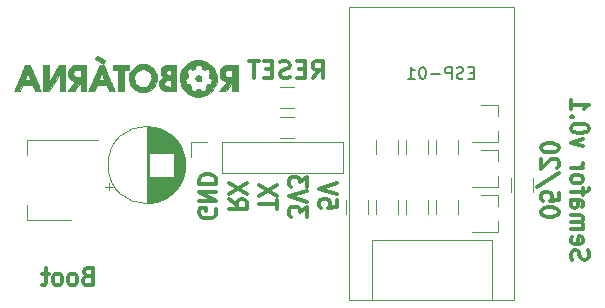
<source format=gbr>
%TF.GenerationSoftware,KiCad,Pcbnew,(5.1.6)-1*%
%TF.CreationDate,2020-05-26T13:10:35+02:00*%
%TF.ProjectId,semaforBoard,73656d61-666f-4724-926f-6172642e6b69,rev?*%
%TF.SameCoordinates,Original*%
%TF.FileFunction,Legend,Bot*%
%TF.FilePolarity,Positive*%
%FSLAX46Y46*%
G04 Gerber Fmt 4.6, Leading zero omitted, Abs format (unit mm)*
G04 Created by KiCad (PCBNEW (5.1.6)-1) date 2020-05-26 13:10:35*
%MOMM*%
%LPD*%
G01*
G04 APERTURE LIST*
%ADD10C,0.300000*%
%ADD11C,0.010000*%
%ADD12C,0.120000*%
%ADD13C,0.150000*%
G04 APERTURE END LIST*
D10*
X166783857Y-100111666D02*
X166712428Y-99911666D01*
X166712428Y-99578333D01*
X166783857Y-99445000D01*
X166855285Y-99378333D01*
X166998142Y-99311666D01*
X167141000Y-99311666D01*
X167283857Y-99378333D01*
X167355285Y-99445000D01*
X167426714Y-99578333D01*
X167498142Y-99845000D01*
X167569571Y-99978333D01*
X167641000Y-100045000D01*
X167783857Y-100111666D01*
X167926714Y-100111666D01*
X168069571Y-100045000D01*
X168141000Y-99978333D01*
X168212428Y-99845000D01*
X168212428Y-99511666D01*
X168141000Y-99311666D01*
X166783857Y-98178333D02*
X166712428Y-98311666D01*
X166712428Y-98578333D01*
X166783857Y-98711666D01*
X166926714Y-98778333D01*
X167498142Y-98778333D01*
X167641000Y-98711666D01*
X167712428Y-98578333D01*
X167712428Y-98311666D01*
X167641000Y-98178333D01*
X167498142Y-98111666D01*
X167355285Y-98111666D01*
X167212428Y-98778333D01*
X166712428Y-97511666D02*
X167712428Y-97511666D01*
X167569571Y-97511666D02*
X167641000Y-97445000D01*
X167712428Y-97311666D01*
X167712428Y-97111666D01*
X167641000Y-96978333D01*
X167498142Y-96911666D01*
X166712428Y-96911666D01*
X167498142Y-96911666D02*
X167641000Y-96845000D01*
X167712428Y-96711666D01*
X167712428Y-96511666D01*
X167641000Y-96378333D01*
X167498142Y-96311666D01*
X166712428Y-96311666D01*
X166712428Y-95045000D02*
X167498142Y-95045000D01*
X167641000Y-95111666D01*
X167712428Y-95245000D01*
X167712428Y-95511666D01*
X167641000Y-95645000D01*
X166783857Y-95045000D02*
X166712428Y-95178333D01*
X166712428Y-95511666D01*
X166783857Y-95645000D01*
X166926714Y-95711666D01*
X167069571Y-95711666D01*
X167212428Y-95645000D01*
X167283857Y-95511666D01*
X167283857Y-95178333D01*
X167355285Y-95045000D01*
X167712428Y-94578333D02*
X167712428Y-94045000D01*
X166712428Y-94378333D02*
X167998142Y-94378333D01*
X168141000Y-94311666D01*
X168212428Y-94178333D01*
X168212428Y-94045000D01*
X166712428Y-93378333D02*
X166783857Y-93511666D01*
X166855285Y-93578333D01*
X166998142Y-93645000D01*
X167426714Y-93645000D01*
X167569571Y-93578333D01*
X167641000Y-93511666D01*
X167712428Y-93378333D01*
X167712428Y-93178333D01*
X167641000Y-93045000D01*
X167569571Y-92978333D01*
X167426714Y-92911666D01*
X166998142Y-92911666D01*
X166855285Y-92978333D01*
X166783857Y-93045000D01*
X166712428Y-93178333D01*
X166712428Y-93378333D01*
X166712428Y-92311666D02*
X167712428Y-92311666D01*
X167426714Y-92311666D02*
X167569571Y-92245000D01*
X167641000Y-92178333D01*
X167712428Y-92045000D01*
X167712428Y-91911666D01*
X167712428Y-90511666D02*
X166712428Y-90178333D01*
X167712428Y-89845000D01*
X168212428Y-89045000D02*
X168212428Y-88911666D01*
X168141000Y-88778333D01*
X168069571Y-88711666D01*
X167926714Y-88645000D01*
X167641000Y-88578333D01*
X167283857Y-88578333D01*
X166998142Y-88645000D01*
X166855285Y-88711666D01*
X166783857Y-88778333D01*
X166712428Y-88911666D01*
X166712428Y-89045000D01*
X166783857Y-89178333D01*
X166855285Y-89245000D01*
X166998142Y-89311666D01*
X167283857Y-89378333D01*
X167641000Y-89378333D01*
X167926714Y-89311666D01*
X168069571Y-89245000D01*
X168141000Y-89178333D01*
X168212428Y-89045000D01*
X166855285Y-87978333D02*
X166783857Y-87911666D01*
X166712428Y-87978333D01*
X166783857Y-88045000D01*
X166855285Y-87978333D01*
X166712428Y-87978333D01*
X166712428Y-86578333D02*
X166712428Y-87378333D01*
X166712428Y-86978333D02*
X168212428Y-86978333D01*
X167998142Y-87111666D01*
X167855285Y-87245000D01*
X167783857Y-87378333D01*
X165662428Y-96145000D02*
X165662428Y-96011666D01*
X165591000Y-95878333D01*
X165519571Y-95811666D01*
X165376714Y-95745000D01*
X165091000Y-95678333D01*
X164733857Y-95678333D01*
X164448142Y-95745000D01*
X164305285Y-95811666D01*
X164233857Y-95878333D01*
X164162428Y-96011666D01*
X164162428Y-96145000D01*
X164233857Y-96278333D01*
X164305285Y-96345000D01*
X164448142Y-96411666D01*
X164733857Y-96478333D01*
X165091000Y-96478333D01*
X165376714Y-96411666D01*
X165519571Y-96345000D01*
X165591000Y-96278333D01*
X165662428Y-96145000D01*
X165662428Y-94411666D02*
X165662428Y-95078333D01*
X164948142Y-95145000D01*
X165019571Y-95078333D01*
X165091000Y-94945000D01*
X165091000Y-94611666D01*
X165019571Y-94478333D01*
X164948142Y-94411666D01*
X164805285Y-94345000D01*
X164448142Y-94345000D01*
X164305285Y-94411666D01*
X164233857Y-94478333D01*
X164162428Y-94611666D01*
X164162428Y-94945000D01*
X164233857Y-95078333D01*
X164305285Y-95145000D01*
X165733857Y-92745000D02*
X163805285Y-93945000D01*
X165519571Y-92345000D02*
X165591000Y-92278333D01*
X165662428Y-92145000D01*
X165662428Y-91811666D01*
X165591000Y-91678333D01*
X165519571Y-91611666D01*
X165376714Y-91545000D01*
X165233857Y-91545000D01*
X165019571Y-91611666D01*
X164162428Y-92411666D01*
X164162428Y-91545000D01*
X165662428Y-90678333D02*
X165662428Y-90545000D01*
X165591000Y-90411666D01*
X165519571Y-90345000D01*
X165376714Y-90278333D01*
X165091000Y-90211666D01*
X164733857Y-90211666D01*
X164448142Y-90278333D01*
X164305285Y-90345000D01*
X164233857Y-90411666D01*
X164162428Y-90545000D01*
X164162428Y-90678333D01*
X164233857Y-90811666D01*
X164305285Y-90878333D01*
X164448142Y-90945000D01*
X164733857Y-91011666D01*
X165091000Y-91011666D01*
X165376714Y-90945000D01*
X165519571Y-90878333D01*
X165591000Y-90811666D01*
X165662428Y-90678333D01*
X125751000Y-101492857D02*
X125551000Y-101564285D01*
X125484333Y-101635714D01*
X125417666Y-101778571D01*
X125417666Y-101992857D01*
X125484333Y-102135714D01*
X125551000Y-102207142D01*
X125684333Y-102278571D01*
X126217666Y-102278571D01*
X126217666Y-100778571D01*
X125751000Y-100778571D01*
X125617666Y-100850000D01*
X125551000Y-100921428D01*
X125484333Y-101064285D01*
X125484333Y-101207142D01*
X125551000Y-101350000D01*
X125617666Y-101421428D01*
X125751000Y-101492857D01*
X126217666Y-101492857D01*
X124617666Y-102278571D02*
X124751000Y-102207142D01*
X124817666Y-102135714D01*
X124884333Y-101992857D01*
X124884333Y-101564285D01*
X124817666Y-101421428D01*
X124751000Y-101350000D01*
X124617666Y-101278571D01*
X124417666Y-101278571D01*
X124284333Y-101350000D01*
X124217666Y-101421428D01*
X124151000Y-101564285D01*
X124151000Y-101992857D01*
X124217666Y-102135714D01*
X124284333Y-102207142D01*
X124417666Y-102278571D01*
X124617666Y-102278571D01*
X123351000Y-102278571D02*
X123484333Y-102207142D01*
X123551000Y-102135714D01*
X123617666Y-101992857D01*
X123617666Y-101564285D01*
X123551000Y-101421428D01*
X123484333Y-101350000D01*
X123351000Y-101278571D01*
X123151000Y-101278571D01*
X123017666Y-101350000D01*
X122951000Y-101421428D01*
X122884333Y-101564285D01*
X122884333Y-101992857D01*
X122951000Y-102135714D01*
X123017666Y-102207142D01*
X123151000Y-102278571D01*
X123351000Y-102278571D01*
X122484333Y-101278571D02*
X121951000Y-101278571D01*
X122284333Y-100778571D02*
X122284333Y-102064285D01*
X122217666Y-102207142D01*
X122084333Y-102278571D01*
X121951000Y-102278571D01*
X146891428Y-95008666D02*
X146891428Y-95675333D01*
X146177142Y-95742000D01*
X146248571Y-95675333D01*
X146320000Y-95542000D01*
X146320000Y-95208666D01*
X146248571Y-95075333D01*
X146177142Y-95008666D01*
X146034285Y-94942000D01*
X145677142Y-94942000D01*
X145534285Y-95008666D01*
X145462857Y-95075333D01*
X145391428Y-95208666D01*
X145391428Y-95542000D01*
X145462857Y-95675333D01*
X145534285Y-95742000D01*
X146891428Y-94542000D02*
X145391428Y-94075333D01*
X146891428Y-93608666D01*
X144341428Y-96475333D02*
X144341428Y-95608666D01*
X143770000Y-96075333D01*
X143770000Y-95875333D01*
X143698571Y-95742000D01*
X143627142Y-95675333D01*
X143484285Y-95608666D01*
X143127142Y-95608666D01*
X142984285Y-95675333D01*
X142912857Y-95742000D01*
X142841428Y-95875333D01*
X142841428Y-96275333D01*
X142912857Y-96408666D01*
X142984285Y-96475333D01*
X144341428Y-95208666D02*
X142841428Y-94742000D01*
X144341428Y-94275333D01*
X144341428Y-93942000D02*
X144341428Y-93075333D01*
X143770000Y-93542000D01*
X143770000Y-93342000D01*
X143698571Y-93208666D01*
X143627142Y-93142000D01*
X143484285Y-93075333D01*
X143127142Y-93075333D01*
X142984285Y-93142000D01*
X142912857Y-93208666D01*
X142841428Y-93342000D01*
X142841428Y-93742000D01*
X142912857Y-93875333D01*
X142984285Y-93942000D01*
X141791428Y-95808666D02*
X141791428Y-95008666D01*
X140291428Y-95408666D02*
X141791428Y-95408666D01*
X141791428Y-94675333D02*
X140291428Y-93742000D01*
X141791428Y-93742000D02*
X140291428Y-94675333D01*
X137741428Y-94975333D02*
X138455714Y-95442000D01*
X137741428Y-95775333D02*
X139241428Y-95775333D01*
X139241428Y-95242000D01*
X139170000Y-95108666D01*
X139098571Y-95042000D01*
X138955714Y-94975333D01*
X138741428Y-94975333D01*
X138598571Y-95042000D01*
X138527142Y-95108666D01*
X138455714Y-95242000D01*
X138455714Y-95775333D01*
X139241428Y-94508666D02*
X137741428Y-93575333D01*
X139241428Y-93575333D02*
X137741428Y-94508666D01*
X136620000Y-95808666D02*
X136691428Y-95942000D01*
X136691428Y-96142000D01*
X136620000Y-96342000D01*
X136477142Y-96475333D01*
X136334285Y-96542000D01*
X136048571Y-96608666D01*
X135834285Y-96608666D01*
X135548571Y-96542000D01*
X135405714Y-96475333D01*
X135262857Y-96342000D01*
X135191428Y-96142000D01*
X135191428Y-96008666D01*
X135262857Y-95808666D01*
X135334285Y-95742000D01*
X135834285Y-95742000D01*
X135834285Y-96008666D01*
X135191428Y-95142000D02*
X136691428Y-95142000D01*
X135191428Y-94342000D01*
X136691428Y-94342000D01*
X135191428Y-93675333D02*
X136691428Y-93675333D01*
X136691428Y-93342000D01*
X136620000Y-93142000D01*
X136477142Y-93008666D01*
X136334285Y-92942000D01*
X136048571Y-92875333D01*
X135834285Y-92875333D01*
X135548571Y-92942000D01*
X135405714Y-93008666D01*
X135262857Y-93142000D01*
X135191428Y-93342000D01*
X135191428Y-93675333D01*
D11*
%TO.C,G1*%
G36*
X135060454Y-84512913D02*
G01*
X134981924Y-84565562D01*
X134931246Y-84640854D01*
X134909156Y-84728600D01*
X134916392Y-84818610D01*
X134953688Y-84900693D01*
X135021783Y-84964658D01*
X135121412Y-85000316D01*
X135129366Y-85001460D01*
X135204782Y-85003215D01*
X135266192Y-84991602D01*
X135267700Y-84990970D01*
X135354137Y-84928886D01*
X135406902Y-84840305D01*
X135423384Y-84738843D01*
X135400973Y-84638116D01*
X135349673Y-84563527D01*
X135287346Y-84514889D01*
X135215870Y-84495212D01*
X135166100Y-84493100D01*
X135060454Y-84512913D01*
G37*
X135060454Y-84512913D02*
X134981924Y-84565562D01*
X134931246Y-84640854D01*
X134909156Y-84728600D01*
X134916392Y-84818610D01*
X134953688Y-84900693D01*
X135021783Y-84964658D01*
X135121412Y-85000316D01*
X135129366Y-85001460D01*
X135204782Y-85003215D01*
X135266192Y-84991602D01*
X135267700Y-84990970D01*
X135354137Y-84928886D01*
X135406902Y-84840305D01*
X135423384Y-84738843D01*
X135400973Y-84638116D01*
X135349673Y-84563527D01*
X135287346Y-84514889D01*
X135215870Y-84495212D01*
X135166100Y-84493100D01*
X135060454Y-84512913D01*
G36*
X126555845Y-82850530D02*
G01*
X126517532Y-82904528D01*
X126475487Y-82975354D01*
X126395473Y-83120620D01*
X126742187Y-83304475D01*
X126862635Y-83367868D01*
X126967025Y-83421905D01*
X127047260Y-83462465D01*
X127095244Y-83485428D01*
X127104945Y-83489065D01*
X127126405Y-83469951D01*
X127164995Y-83419853D01*
X127198598Y-83370491D01*
X127239275Y-83302474D01*
X127262979Y-83251881D01*
X127265588Y-83233999D01*
X127239906Y-83214067D01*
X127179627Y-83174917D01*
X127094201Y-83122115D01*
X126993078Y-83061231D01*
X126885709Y-82997833D01*
X126781544Y-82937487D01*
X126690034Y-82885763D01*
X126620628Y-82848229D01*
X126582778Y-82830452D01*
X126579462Y-82829744D01*
X126555845Y-82850530D01*
G37*
X126555845Y-82850530D02*
X126517532Y-82904528D01*
X126475487Y-82975354D01*
X126395473Y-83120620D01*
X126742187Y-83304475D01*
X126862635Y-83367868D01*
X126967025Y-83421905D01*
X127047260Y-83462465D01*
X127095244Y-83485428D01*
X127104945Y-83489065D01*
X127126405Y-83469951D01*
X127164995Y-83419853D01*
X127198598Y-83370491D01*
X127239275Y-83302474D01*
X127262979Y-83251881D01*
X127265588Y-83233999D01*
X127239906Y-83214067D01*
X127179627Y-83174917D01*
X127094201Y-83122115D01*
X126993078Y-83061231D01*
X126885709Y-82997833D01*
X126781544Y-82937487D01*
X126690034Y-82885763D01*
X126620628Y-82848229D01*
X126582778Y-82830452D01*
X126579462Y-82829744D01*
X126555845Y-82850530D01*
G36*
X120062337Y-84683600D02*
G01*
X119969283Y-84905345D01*
X119882021Y-85113697D01*
X119802581Y-85303778D01*
X119732994Y-85470709D01*
X119675291Y-85609614D01*
X119631503Y-85715614D01*
X119603660Y-85783831D01*
X119594038Y-85808494D01*
X119591096Y-85829289D01*
X119604601Y-85842051D01*
X119643217Y-85848208D01*
X119715603Y-85849190D01*
X119824843Y-85846594D01*
X120070507Y-85839300D01*
X120185322Y-85565619D01*
X120300138Y-85291939D01*
X120696382Y-85298919D01*
X121092627Y-85305900D01*
X121207864Y-85578530D01*
X121323100Y-85851161D01*
X121570122Y-85851580D01*
X121683317Y-85851385D01*
X121754255Y-85848895D01*
X121791480Y-85841951D01*
X121803533Y-85828394D01*
X121798959Y-85806067D01*
X121794643Y-85794850D01*
X121780439Y-85760140D01*
X121748739Y-85683541D01*
X121701619Y-85570042D01*
X121641155Y-85424634D01*
X121569422Y-85252305D01*
X121488496Y-85058045D01*
X121400453Y-84846844D01*
X121396536Y-84837451D01*
X120904000Y-84837451D01*
X120880561Y-84848323D01*
X120818057Y-84856617D01*
X120728206Y-84861020D01*
X120690315Y-84861400D01*
X120476630Y-84861400D01*
X120582365Y-84558043D01*
X120623227Y-84445461D01*
X120659320Y-84354620D01*
X120687067Y-84293925D01*
X120702890Y-84271780D01*
X120704005Y-84272293D01*
X120718724Y-84302667D01*
X120745021Y-84369060D01*
X120778568Y-84459244D01*
X120815039Y-84560993D01*
X120850107Y-84662078D01*
X120879444Y-84750273D01*
X120898725Y-84813350D01*
X120904000Y-84837451D01*
X121396536Y-84837451D01*
X121327066Y-84670900D01*
X120881988Y-83604100D01*
X120515778Y-83604100D01*
X120062337Y-84683600D01*
G37*
X120062337Y-84683600D02*
X119969283Y-84905345D01*
X119882021Y-85113697D01*
X119802581Y-85303778D01*
X119732994Y-85470709D01*
X119675291Y-85609614D01*
X119631503Y-85715614D01*
X119603660Y-85783831D01*
X119594038Y-85808494D01*
X119591096Y-85829289D01*
X119604601Y-85842051D01*
X119643217Y-85848208D01*
X119715603Y-85849190D01*
X119824843Y-85846594D01*
X120070507Y-85839300D01*
X120185322Y-85565619D01*
X120300138Y-85291939D01*
X120696382Y-85298919D01*
X121092627Y-85305900D01*
X121207864Y-85578530D01*
X121323100Y-85851161D01*
X121570122Y-85851580D01*
X121683317Y-85851385D01*
X121754255Y-85848895D01*
X121791480Y-85841951D01*
X121803533Y-85828394D01*
X121798959Y-85806067D01*
X121794643Y-85794850D01*
X121780439Y-85760140D01*
X121748739Y-85683541D01*
X121701619Y-85570042D01*
X121641155Y-85424634D01*
X121569422Y-85252305D01*
X121488496Y-85058045D01*
X121400453Y-84846844D01*
X121396536Y-84837451D01*
X120904000Y-84837451D01*
X120880561Y-84848323D01*
X120818057Y-84856617D01*
X120728206Y-84861020D01*
X120690315Y-84861400D01*
X120476630Y-84861400D01*
X120582365Y-84558043D01*
X120623227Y-84445461D01*
X120659320Y-84354620D01*
X120687067Y-84293925D01*
X120702890Y-84271780D01*
X120704005Y-84272293D01*
X120718724Y-84302667D01*
X120745021Y-84369060D01*
X120778568Y-84459244D01*
X120815039Y-84560993D01*
X120850107Y-84662078D01*
X120879444Y-84750273D01*
X120898725Y-84813350D01*
X120904000Y-84837451D01*
X121396536Y-84837451D01*
X121327066Y-84670900D01*
X120881988Y-83604100D01*
X120515778Y-83604100D01*
X120062337Y-84683600D01*
G36*
X122021600Y-85853777D02*
G01*
X122279885Y-85846538D01*
X122538169Y-85839300D01*
X122984735Y-85062534D01*
X123431300Y-84285769D01*
X123438012Y-85068884D01*
X123444724Y-85852000D01*
X123875800Y-85852000D01*
X123875800Y-83591400D01*
X123380500Y-83591800D01*
X122479526Y-85178900D01*
X122478800Y-83591400D01*
X122021600Y-83591400D01*
X122021600Y-85853777D01*
G37*
X122021600Y-85853777D02*
X122279885Y-85846538D01*
X122538169Y-85839300D01*
X122984735Y-85062534D01*
X123431300Y-84285769D01*
X123438012Y-85068884D01*
X123444724Y-85852000D01*
X123875800Y-85852000D01*
X123875800Y-83591400D01*
X123380500Y-83591800D01*
X122479526Y-85178900D01*
X122478800Y-83591400D01*
X122021600Y-83591400D01*
X122021600Y-85853777D01*
G36*
X125152150Y-83595970D02*
G01*
X124977637Y-83599281D01*
X124845345Y-83603204D01*
X124746699Y-83608667D01*
X124673120Y-83616602D01*
X124616032Y-83627938D01*
X124566859Y-83643607D01*
X124517022Y-83664539D01*
X124516046Y-83664979D01*
X124365603Y-83758882D01*
X124251115Y-83887086D01*
X124174249Y-84046408D01*
X124136675Y-84233664D01*
X124135339Y-84391392D01*
X124149440Y-84517186D01*
X124176770Y-84614744D01*
X124216412Y-84694685D01*
X124314727Y-84820126D01*
X124443464Y-84923468D01*
X124585120Y-84990794D01*
X124591099Y-84992628D01*
X124652322Y-85013524D01*
X124686213Y-85030051D01*
X124688600Y-85033280D01*
X124674234Y-85056301D01*
X124634205Y-85113691D01*
X124573119Y-85199023D01*
X124495584Y-85305868D01*
X124406203Y-85427798D01*
X124395732Y-85442010D01*
X124102864Y-85839300D01*
X124376682Y-85846751D01*
X124499239Y-85849249D01*
X124581069Y-85847872D01*
X124632180Y-85841257D01*
X124662582Y-85828042D01*
X124682287Y-85806864D01*
X124683579Y-85804967D01*
X124708656Y-85768010D01*
X124756826Y-85697333D01*
X124822491Y-85601140D01*
X124900051Y-85487632D01*
X124956629Y-85404893D01*
X125196600Y-85054054D01*
X125196600Y-85852000D01*
X125653800Y-85852000D01*
X125653800Y-84023200D01*
X125196600Y-84023200D01*
X125196600Y-84658200D01*
X125025150Y-84656766D01*
X124921570Y-84651415D01*
X124825359Y-84638953D01*
X124767180Y-84625016D01*
X124665648Y-84565920D01*
X124602307Y-84473511D01*
X124577586Y-84348460D01*
X124577231Y-84329147D01*
X124594756Y-84211807D01*
X124648787Y-84124094D01*
X124741509Y-84064492D01*
X124875107Y-84031485D01*
X125017985Y-84023200D01*
X125196600Y-84023200D01*
X125653800Y-84023200D01*
X125653800Y-83587586D01*
X125152150Y-83595970D01*
G37*
X125152150Y-83595970D02*
X124977637Y-83599281D01*
X124845345Y-83603204D01*
X124746699Y-83608667D01*
X124673120Y-83616602D01*
X124616032Y-83627938D01*
X124566859Y-83643607D01*
X124517022Y-83664539D01*
X124516046Y-83664979D01*
X124365603Y-83758882D01*
X124251115Y-83887086D01*
X124174249Y-84046408D01*
X124136675Y-84233664D01*
X124135339Y-84391392D01*
X124149440Y-84517186D01*
X124176770Y-84614744D01*
X124216412Y-84694685D01*
X124314727Y-84820126D01*
X124443464Y-84923468D01*
X124585120Y-84990794D01*
X124591099Y-84992628D01*
X124652322Y-85013524D01*
X124686213Y-85030051D01*
X124688600Y-85033280D01*
X124674234Y-85056301D01*
X124634205Y-85113691D01*
X124573119Y-85199023D01*
X124495584Y-85305868D01*
X124406203Y-85427798D01*
X124395732Y-85442010D01*
X124102864Y-85839300D01*
X124376682Y-85846751D01*
X124499239Y-85849249D01*
X124581069Y-85847872D01*
X124632180Y-85841257D01*
X124662582Y-85828042D01*
X124682287Y-85806864D01*
X124683579Y-85804967D01*
X124708656Y-85768010D01*
X124756826Y-85697333D01*
X124822491Y-85601140D01*
X124900051Y-85487632D01*
X124956629Y-85404893D01*
X125196600Y-85054054D01*
X125196600Y-85852000D01*
X125653800Y-85852000D01*
X125653800Y-84023200D01*
X125196600Y-84023200D01*
X125196600Y-84658200D01*
X125025150Y-84656766D01*
X124921570Y-84651415D01*
X124825359Y-84638953D01*
X124767180Y-84625016D01*
X124665648Y-84565920D01*
X124602307Y-84473511D01*
X124577586Y-84348460D01*
X124577231Y-84329147D01*
X124594756Y-84211807D01*
X124648787Y-84124094D01*
X124741509Y-84064492D01*
X124875107Y-84031485D01*
X125017985Y-84023200D01*
X125196600Y-84023200D01*
X125653800Y-84023200D01*
X125653800Y-83587586D01*
X125152150Y-83595970D01*
G36*
X126325606Y-84721693D02*
G01*
X126231708Y-84945781D01*
X126144088Y-85155173D01*
X126064652Y-85345290D01*
X125995310Y-85511555D01*
X125937966Y-85649388D01*
X125894529Y-85754213D01*
X125866906Y-85821450D01*
X125857005Y-85846522D01*
X125857000Y-85846562D01*
X125880565Y-85848965D01*
X125943981Y-85849533D01*
X126036334Y-85848267D01*
X126103059Y-85846569D01*
X126349118Y-85839300D01*
X126575562Y-85293200D01*
X127368300Y-85294038D01*
X127483506Y-85566669D01*
X127598711Y-85839300D01*
X127845456Y-85846569D01*
X127950357Y-85848966D01*
X128033048Y-85849536D01*
X128082641Y-85848277D01*
X128091992Y-85846569D01*
X128082501Y-85822389D01*
X128055376Y-85755900D01*
X128012514Y-85651687D01*
X127955811Y-85514338D01*
X127887163Y-85348440D01*
X127808465Y-85158579D01*
X127721614Y-84949341D01*
X127685065Y-84861400D01*
X127200364Y-84861400D01*
X126985882Y-84861400D01*
X126888674Y-84858831D01*
X126814448Y-84851981D01*
X126774902Y-84842130D01*
X126771400Y-84837903D01*
X126779620Y-84804103D01*
X126801384Y-84735249D01*
X126832349Y-84643581D01*
X126868175Y-84541338D01*
X126904518Y-84440762D01*
X126937036Y-84354093D01*
X126961388Y-84293569D01*
X126972094Y-84272174D01*
X126985622Y-84287812D01*
X127011738Y-84343223D01*
X127046868Y-84430021D01*
X127087438Y-84539818D01*
X127093832Y-84557924D01*
X127200364Y-84861400D01*
X127685065Y-84861400D01*
X127628506Y-84725314D01*
X127627003Y-84721700D01*
X127162222Y-83604100D01*
X126794211Y-83604100D01*
X126325606Y-84721693D01*
G37*
X126325606Y-84721693D02*
X126231708Y-84945781D01*
X126144088Y-85155173D01*
X126064652Y-85345290D01*
X125995310Y-85511555D01*
X125937966Y-85649388D01*
X125894529Y-85754213D01*
X125866906Y-85821450D01*
X125857005Y-85846522D01*
X125857000Y-85846562D01*
X125880565Y-85848965D01*
X125943981Y-85849533D01*
X126036334Y-85848267D01*
X126103059Y-85846569D01*
X126349118Y-85839300D01*
X126575562Y-85293200D01*
X127368300Y-85294038D01*
X127483506Y-85566669D01*
X127598711Y-85839300D01*
X127845456Y-85846569D01*
X127950357Y-85848966D01*
X128033048Y-85849536D01*
X128082641Y-85848277D01*
X128091992Y-85846569D01*
X128082501Y-85822389D01*
X128055376Y-85755900D01*
X128012514Y-85651687D01*
X127955811Y-85514338D01*
X127887163Y-85348440D01*
X127808465Y-85158579D01*
X127721614Y-84949341D01*
X127685065Y-84861400D01*
X127200364Y-84861400D01*
X126985882Y-84861400D01*
X126888674Y-84858831D01*
X126814448Y-84851981D01*
X126774902Y-84842130D01*
X126771400Y-84837903D01*
X126779620Y-84804103D01*
X126801384Y-84735249D01*
X126832349Y-84643581D01*
X126868175Y-84541338D01*
X126904518Y-84440762D01*
X126937036Y-84354093D01*
X126961388Y-84293569D01*
X126972094Y-84272174D01*
X126985622Y-84287812D01*
X127011738Y-84343223D01*
X127046868Y-84430021D01*
X127087438Y-84539818D01*
X127093832Y-84557924D01*
X127200364Y-84861400D01*
X127685065Y-84861400D01*
X127628506Y-84725314D01*
X127627003Y-84721700D01*
X127162222Y-83604100D01*
X126794211Y-83604100D01*
X126325606Y-84721693D01*
G36*
X127965200Y-84023200D02*
G01*
X128397000Y-84023200D01*
X128397000Y-85852000D01*
X128828800Y-85852000D01*
X128828800Y-84023200D01*
X129260600Y-84023200D01*
X129260600Y-83591400D01*
X127965200Y-83591400D01*
X127965200Y-84023200D01*
G37*
X127965200Y-84023200D02*
X128397000Y-84023200D01*
X128397000Y-85852000D01*
X128828800Y-85852000D01*
X128828800Y-84023200D01*
X129260600Y-84023200D01*
X129260600Y-83591400D01*
X127965200Y-83591400D01*
X127965200Y-84023200D01*
G36*
X132911850Y-83592020D02*
G01*
X132766240Y-83593960D01*
X132629153Y-83598870D01*
X132513071Y-83606086D01*
X132430479Y-83614946D01*
X132410200Y-83618668D01*
X132246832Y-83679376D01*
X132116307Y-83777340D01*
X132022324Y-83908296D01*
X131968583Y-84067979D01*
X131959213Y-84138555D01*
X131960201Y-84296623D01*
X131993503Y-84422035D01*
X132061931Y-84523486D01*
X132093469Y-84553867D01*
X132144270Y-84600932D01*
X132159741Y-84626437D01*
X132144015Y-84640811D01*
X132129881Y-84645791D01*
X132048377Y-84690372D01*
X131964065Y-84766274D01*
X131893357Y-84857796D01*
X131875687Y-84888983D01*
X131845971Y-84966753D01*
X131830567Y-85062861D01*
X131826716Y-85184238D01*
X131842063Y-85361080D01*
X131889186Y-85504096D01*
X131971842Y-85621835D01*
X132049533Y-85691265D01*
X132130097Y-85745734D01*
X132216010Y-85786896D01*
X132315693Y-85816412D01*
X132437568Y-85835940D01*
X132590059Y-85847143D01*
X132781589Y-85851678D01*
X132864960Y-85852000D01*
X133299200Y-85852000D01*
X133299200Y-85452127D01*
X132867400Y-85452127D01*
X132667740Y-85440568D01*
X132516603Y-85423715D01*
X132409015Y-85392591D01*
X132381990Y-85378906D01*
X132306148Y-85309076D01*
X132267834Y-85218694D01*
X132266658Y-85121019D01*
X132302232Y-85029305D01*
X132374166Y-84956811D01*
X132394728Y-84944813D01*
X132460659Y-84922512D01*
X132558077Y-84903714D01*
X132667672Y-84892122D01*
X132670550Y-84891947D01*
X132867400Y-84880272D01*
X132867400Y-85452127D01*
X133299200Y-85452127D01*
X133299200Y-84455000D01*
X132867400Y-84455000D01*
X132734050Y-84454960D01*
X132628597Y-84445102D01*
X132533969Y-84419705D01*
X132513313Y-84410510D01*
X132432910Y-84347422D01*
X132396518Y-84266489D01*
X132407240Y-84175654D01*
X132414734Y-84158192D01*
X132468788Y-84086786D01*
X132552789Y-84043349D01*
X132673815Y-84024774D01*
X132721350Y-84023574D01*
X132867400Y-84023200D01*
X132867400Y-84455000D01*
X133299200Y-84455000D01*
X133299200Y-83591400D01*
X132911850Y-83592020D01*
G37*
X132911850Y-83592020D02*
X132766240Y-83593960D01*
X132629153Y-83598870D01*
X132513071Y-83606086D01*
X132430479Y-83614946D01*
X132410200Y-83618668D01*
X132246832Y-83679376D01*
X132116307Y-83777340D01*
X132022324Y-83908296D01*
X131968583Y-84067979D01*
X131959213Y-84138555D01*
X131960201Y-84296623D01*
X131993503Y-84422035D01*
X132061931Y-84523486D01*
X132093469Y-84553867D01*
X132144270Y-84600932D01*
X132159741Y-84626437D01*
X132144015Y-84640811D01*
X132129881Y-84645791D01*
X132048377Y-84690372D01*
X131964065Y-84766274D01*
X131893357Y-84857796D01*
X131875687Y-84888983D01*
X131845971Y-84966753D01*
X131830567Y-85062861D01*
X131826716Y-85184238D01*
X131842063Y-85361080D01*
X131889186Y-85504096D01*
X131971842Y-85621835D01*
X132049533Y-85691265D01*
X132130097Y-85745734D01*
X132216010Y-85786896D01*
X132315693Y-85816412D01*
X132437568Y-85835940D01*
X132590059Y-85847143D01*
X132781589Y-85851678D01*
X132864960Y-85852000D01*
X133299200Y-85852000D01*
X133299200Y-85452127D01*
X132867400Y-85452127D01*
X132667740Y-85440568D01*
X132516603Y-85423715D01*
X132409015Y-85392591D01*
X132381990Y-85378906D01*
X132306148Y-85309076D01*
X132267834Y-85218694D01*
X132266658Y-85121019D01*
X132302232Y-85029305D01*
X132374166Y-84956811D01*
X132394728Y-84944813D01*
X132460659Y-84922512D01*
X132558077Y-84903714D01*
X132667672Y-84892122D01*
X132670550Y-84891947D01*
X132867400Y-84880272D01*
X132867400Y-85452127D01*
X133299200Y-85452127D01*
X133299200Y-84455000D01*
X132867400Y-84455000D01*
X132734050Y-84454960D01*
X132628597Y-84445102D01*
X132533969Y-84419705D01*
X132513313Y-84410510D01*
X132432910Y-84347422D01*
X132396518Y-84266489D01*
X132407240Y-84175654D01*
X132414734Y-84158192D01*
X132468788Y-84086786D01*
X132552789Y-84043349D01*
X132673815Y-84024774D01*
X132721350Y-84023574D01*
X132867400Y-84023200D01*
X132867400Y-84455000D01*
X133299200Y-84455000D01*
X133299200Y-83591400D01*
X132911850Y-83592020D01*
G36*
X137823428Y-83593385D02*
G01*
X137660917Y-83600367D01*
X137532265Y-83613887D01*
X137429060Y-83635485D01*
X137342893Y-83666700D01*
X137265350Y-83709074D01*
X137221307Y-83739158D01*
X137111803Y-83847858D01*
X137028095Y-83991575D01*
X136976270Y-84158507D01*
X136965180Y-84235798D01*
X136967208Y-84438761D01*
X137012492Y-84616856D01*
X137099698Y-84767874D01*
X137227494Y-84889605D01*
X137394545Y-84979841D01*
X137420350Y-84989605D01*
X137480221Y-85014402D01*
X137512975Y-85034148D01*
X137515098Y-85037952D01*
X137500631Y-85062102D01*
X137460969Y-85119874D01*
X137401185Y-85204093D01*
X137326350Y-85307583D01*
X137271811Y-85382100D01*
X137185207Y-85499953D01*
X137105557Y-85608469D01*
X137039370Y-85698770D01*
X136993156Y-85761977D01*
X136978484Y-85782150D01*
X136927941Y-85852000D01*
X137482765Y-85852000D01*
X137759533Y-85447466D01*
X138036300Y-85042933D01*
X138043280Y-85447466D01*
X138050259Y-85852000D01*
X138480800Y-85852000D01*
X138480800Y-84023200D01*
X138049000Y-84023200D01*
X138049000Y-84658200D01*
X137864850Y-84657642D01*
X137704760Y-84646271D01*
X137582269Y-84612299D01*
X137574800Y-84609001D01*
X137488807Y-84559029D01*
X137438963Y-84496814D01*
X137417095Y-84408443D01*
X137414000Y-84335321D01*
X137428975Y-84217266D01*
X137476246Y-84129509D01*
X137559340Y-84069571D01*
X137681781Y-84034971D01*
X137847094Y-84023231D01*
X137857685Y-84023200D01*
X138049000Y-84023200D01*
X138480800Y-84023200D01*
X138480800Y-83591400D01*
X138028211Y-83591399D01*
X137823428Y-83593385D01*
G37*
X137823428Y-83593385D02*
X137660917Y-83600367D01*
X137532265Y-83613887D01*
X137429060Y-83635485D01*
X137342893Y-83666700D01*
X137265350Y-83709074D01*
X137221307Y-83739158D01*
X137111803Y-83847858D01*
X137028095Y-83991575D01*
X136976270Y-84158507D01*
X136965180Y-84235798D01*
X136967208Y-84438761D01*
X137012492Y-84616856D01*
X137099698Y-84767874D01*
X137227494Y-84889605D01*
X137394545Y-84979841D01*
X137420350Y-84989605D01*
X137480221Y-85014402D01*
X137512975Y-85034148D01*
X137515098Y-85037952D01*
X137500631Y-85062102D01*
X137460969Y-85119874D01*
X137401185Y-85204093D01*
X137326350Y-85307583D01*
X137271811Y-85382100D01*
X137185207Y-85499953D01*
X137105557Y-85608469D01*
X137039370Y-85698770D01*
X136993156Y-85761977D01*
X136978484Y-85782150D01*
X136927941Y-85852000D01*
X137482765Y-85852000D01*
X137759533Y-85447466D01*
X138036300Y-85042933D01*
X138043280Y-85447466D01*
X138050259Y-85852000D01*
X138480800Y-85852000D01*
X138480800Y-84023200D01*
X138049000Y-84023200D01*
X138049000Y-84658200D01*
X137864850Y-84657642D01*
X137704760Y-84646271D01*
X137582269Y-84612299D01*
X137574800Y-84609001D01*
X137488807Y-84559029D01*
X137438963Y-84496814D01*
X137417095Y-84408443D01*
X137414000Y-84335321D01*
X137428975Y-84217266D01*
X137476246Y-84129509D01*
X137559340Y-84069571D01*
X137681781Y-84034971D01*
X137847094Y-84023231D01*
X137857685Y-84023200D01*
X138049000Y-84023200D01*
X138480800Y-84023200D01*
X138480800Y-83591400D01*
X138028211Y-83591399D01*
X137823428Y-83593385D01*
G36*
X130253967Y-83568286D02*
G01*
X130046199Y-83623886D01*
X129851729Y-83715334D01*
X129676352Y-83841068D01*
X129525859Y-83999527D01*
X129406043Y-84189149D01*
X129322699Y-84408374D01*
X129321432Y-84413094D01*
X129287594Y-84628053D01*
X129292937Y-84855955D01*
X129335369Y-85081180D01*
X129412797Y-85288108D01*
X129447243Y-85352409D01*
X129559119Y-85501345D01*
X129708400Y-85638996D01*
X129881722Y-85755787D01*
X130065717Y-85842141D01*
X130177840Y-85875862D01*
X130307915Y-85894217D01*
X130462475Y-85898858D01*
X130618052Y-85890230D01*
X130751176Y-85868779D01*
X130767041Y-85864680D01*
X130997595Y-85776748D01*
X131199077Y-85650191D01*
X131367840Y-85489741D01*
X131500235Y-85300131D01*
X131592615Y-85086093D01*
X131641332Y-84852358D01*
X131648200Y-84721699D01*
X131647343Y-84712902D01*
X131196380Y-84712902D01*
X131172876Y-84915627D01*
X131105933Y-85092506D01*
X130997023Y-85241436D01*
X130847619Y-85360312D01*
X130690553Y-85435907D01*
X130557858Y-85464118D01*
X130403799Y-85463847D01*
X130247768Y-85436932D01*
X130109162Y-85385209D01*
X130099053Y-85379862D01*
X129947174Y-85270532D01*
X129835102Y-85130278D01*
X129763986Y-84961133D01*
X129734975Y-84765129D01*
X129734331Y-84734400D01*
X129737656Y-84617839D01*
X129752491Y-84527888D01*
X129783688Y-84440798D01*
X129802730Y-84399580D01*
X129905293Y-84240421D01*
X130037759Y-84117279D01*
X130192447Y-84031998D01*
X130361673Y-83986419D01*
X130537756Y-83982386D01*
X130713013Y-84021741D01*
X130879761Y-84106326D01*
X130916263Y-84132495D01*
X131031581Y-84249171D01*
X131121679Y-84397848D01*
X131179018Y-84562907D01*
X131196380Y-84712902D01*
X131647343Y-84712902D01*
X131624477Y-84478452D01*
X131553670Y-84254090D01*
X131436323Y-84049888D01*
X131289537Y-83882645D01*
X131102169Y-83735587D01*
X130899135Y-83632184D01*
X130686228Y-83570873D01*
X130469241Y-83550094D01*
X130253967Y-83568286D01*
G37*
X130253967Y-83568286D02*
X130046199Y-83623886D01*
X129851729Y-83715334D01*
X129676352Y-83841068D01*
X129525859Y-83999527D01*
X129406043Y-84189149D01*
X129322699Y-84408374D01*
X129321432Y-84413094D01*
X129287594Y-84628053D01*
X129292937Y-84855955D01*
X129335369Y-85081180D01*
X129412797Y-85288108D01*
X129447243Y-85352409D01*
X129559119Y-85501345D01*
X129708400Y-85638996D01*
X129881722Y-85755787D01*
X130065717Y-85842141D01*
X130177840Y-85875862D01*
X130307915Y-85894217D01*
X130462475Y-85898858D01*
X130618052Y-85890230D01*
X130751176Y-85868779D01*
X130767041Y-85864680D01*
X130997595Y-85776748D01*
X131199077Y-85650191D01*
X131367840Y-85489741D01*
X131500235Y-85300131D01*
X131592615Y-85086093D01*
X131641332Y-84852358D01*
X131648200Y-84721699D01*
X131647343Y-84712902D01*
X131196380Y-84712902D01*
X131172876Y-84915627D01*
X131105933Y-85092506D01*
X130997023Y-85241436D01*
X130847619Y-85360312D01*
X130690553Y-85435907D01*
X130557858Y-85464118D01*
X130403799Y-85463847D01*
X130247768Y-85436932D01*
X130109162Y-85385209D01*
X130099053Y-85379862D01*
X129947174Y-85270532D01*
X129835102Y-85130278D01*
X129763986Y-84961133D01*
X129734975Y-84765129D01*
X129734331Y-84734400D01*
X129737656Y-84617839D01*
X129752491Y-84527888D01*
X129783688Y-84440798D01*
X129802730Y-84399580D01*
X129905293Y-84240421D01*
X130037759Y-84117279D01*
X130192447Y-84031998D01*
X130361673Y-83986419D01*
X130537756Y-83982386D01*
X130713013Y-84021741D01*
X130879761Y-84106326D01*
X130916263Y-84132495D01*
X131031581Y-84249171D01*
X131121679Y-84397848D01*
X131179018Y-84562907D01*
X131196380Y-84712902D01*
X131647343Y-84712902D01*
X131624477Y-84478452D01*
X131553670Y-84254090D01*
X131436323Y-84049888D01*
X131289537Y-83882645D01*
X131102169Y-83735587D01*
X130899135Y-83632184D01*
X130686228Y-83570873D01*
X130469241Y-83550094D01*
X130253967Y-83568286D01*
G36*
X134872375Y-83221545D02*
G01*
X134602475Y-83300075D01*
X134357979Y-83419756D01*
X134142356Y-83576402D01*
X133959075Y-83765830D01*
X133811602Y-83983855D01*
X133703406Y-84226292D01*
X133637956Y-84488959D01*
X133618470Y-84734400D01*
X133626339Y-84937764D01*
X133654368Y-85114614D01*
X133707397Y-85286871D01*
X133775532Y-85445600D01*
X133878960Y-85620060D01*
X134019399Y-85792491D01*
X134184193Y-85950185D01*
X134360686Y-86080437D01*
X134467600Y-86140456D01*
X134733982Y-86243372D01*
X135009733Y-86297156D01*
X135290317Y-86301244D01*
X135509000Y-86269702D01*
X135766135Y-86189781D01*
X135999578Y-86068535D01*
X136206169Y-85911105D01*
X136382744Y-85722632D01*
X136526142Y-85508260D01*
X136633198Y-85273129D01*
X136700752Y-85022381D01*
X136715677Y-84865724D01*
X136296715Y-84865724D01*
X136278910Y-84963915D01*
X136269539Y-85001100D01*
X136239431Y-85111137D01*
X136213812Y-85180300D01*
X136185130Y-85217067D01*
X136145829Y-85229916D01*
X136088356Y-85227324D01*
X136069849Y-85225207D01*
X135996990Y-85219231D01*
X135950270Y-85229243D01*
X135909172Y-85264196D01*
X135869235Y-85312748D01*
X135822548Y-85374496D01*
X135803321Y-85417627D01*
X135807291Y-85463198D01*
X135826759Y-85522533D01*
X135848669Y-85600450D01*
X135846143Y-85648319D01*
X135836155Y-85665169D01*
X135798629Y-85693844D01*
X135730317Y-85733833D01*
X135646783Y-85777332D01*
X135563595Y-85816534D01*
X135496317Y-85843634D01*
X135464869Y-85851350D01*
X135433771Y-85831923D01*
X135390786Y-85781928D01*
X135369300Y-85750400D01*
X135328353Y-85690818D01*
X135290567Y-85660715D01*
X135236443Y-85650060D01*
X135171778Y-85648800D01*
X135092116Y-85651272D01*
X135043888Y-85665424D01*
X135007749Y-85701354D01*
X134975247Y-85751426D01*
X134931751Y-85814282D01*
X134895746Y-85840664D01*
X134853351Y-85840183D01*
X134848600Y-85839116D01*
X134790334Y-85819520D01*
X134712352Y-85786092D01*
X134629710Y-85746253D01*
X134557462Y-85707425D01*
X134510664Y-85677027D01*
X134502048Y-85668290D01*
X134500219Y-85633083D01*
X134510322Y-85567269D01*
X134520200Y-85524357D01*
X134537115Y-85448819D01*
X134535584Y-85398946D01*
X134511077Y-85351550D01*
X134477848Y-85307455D01*
X134432039Y-85252648D01*
X134393315Y-85226559D01*
X134341575Y-85221433D01*
X134271499Y-85227861D01*
X134138897Y-85242667D01*
X134101767Y-85109183D01*
X134076635Y-85009805D01*
X134055500Y-84910953D01*
X134048913Y-84873237D01*
X134033189Y-84770774D01*
X134157468Y-84726084D01*
X134231890Y-84695983D01*
X134273095Y-84663717D01*
X134296544Y-84612582D01*
X134309462Y-84561847D01*
X134323995Y-84489480D01*
X134320650Y-84442259D01*
X134293091Y-84398588D01*
X134247142Y-84349413D01*
X134157107Y-84256527D01*
X134233618Y-84146213D01*
X134295551Y-84064709D01*
X134362526Y-83987797D01*
X134387350Y-83962748D01*
X134464571Y-83889597D01*
X134576447Y-83955161D01*
X134688322Y-84020724D01*
X134792610Y-83969126D01*
X134858356Y-83931354D01*
X134892730Y-83889711D01*
X134910518Y-83823533D01*
X134914375Y-83798914D01*
X134930355Y-83724635D01*
X134950736Y-83672829D01*
X134960076Y-83661638D01*
X135004507Y-83649592D01*
X135081520Y-83643387D01*
X135175207Y-83642627D01*
X135269660Y-83646913D01*
X135348973Y-83655850D01*
X135397237Y-83669040D01*
X135402321Y-83672680D01*
X135421734Y-83716110D01*
X135432208Y-83786294D01*
X135432800Y-83807318D01*
X135436275Y-83871130D01*
X135454751Y-83910857D01*
X135500311Y-83943322D01*
X135547681Y-83967290D01*
X135662562Y-84023104D01*
X135765604Y-83958056D01*
X135830790Y-83919975D01*
X135872508Y-83908282D01*
X135908635Y-83919842D01*
X135925222Y-83930077D01*
X135968734Y-83969950D01*
X136026381Y-84037366D01*
X136080136Y-84109932D01*
X136178476Y-84252717D01*
X136095723Y-84338097D01*
X136045180Y-84395555D01*
X136024543Y-84443693D01*
X136025871Y-84507075D01*
X136030446Y-84540020D01*
X136047625Y-84623032D01*
X136076948Y-84674001D01*
X136131937Y-84708220D01*
X136201150Y-84733059D01*
X136260409Y-84760381D01*
X136291406Y-84801241D01*
X136296715Y-84865724D01*
X136715677Y-84865724D01*
X136725640Y-84761158D01*
X136704700Y-84494602D01*
X136678112Y-84368880D01*
X136586465Y-84106550D01*
X136455254Y-83871068D01*
X136289272Y-83665480D01*
X136093312Y-83492831D01*
X135872169Y-83356168D01*
X135630635Y-83258537D01*
X135373505Y-83202982D01*
X135105572Y-83192551D01*
X134872375Y-83221545D01*
G37*
X134872375Y-83221545D02*
X134602475Y-83300075D01*
X134357979Y-83419756D01*
X134142356Y-83576402D01*
X133959075Y-83765830D01*
X133811602Y-83983855D01*
X133703406Y-84226292D01*
X133637956Y-84488959D01*
X133618470Y-84734400D01*
X133626339Y-84937764D01*
X133654368Y-85114614D01*
X133707397Y-85286871D01*
X133775532Y-85445600D01*
X133878960Y-85620060D01*
X134019399Y-85792491D01*
X134184193Y-85950185D01*
X134360686Y-86080437D01*
X134467600Y-86140456D01*
X134733982Y-86243372D01*
X135009733Y-86297156D01*
X135290317Y-86301244D01*
X135509000Y-86269702D01*
X135766135Y-86189781D01*
X135999578Y-86068535D01*
X136206169Y-85911105D01*
X136382744Y-85722632D01*
X136526142Y-85508260D01*
X136633198Y-85273129D01*
X136700752Y-85022381D01*
X136715677Y-84865724D01*
X136296715Y-84865724D01*
X136278910Y-84963915D01*
X136269539Y-85001100D01*
X136239431Y-85111137D01*
X136213812Y-85180300D01*
X136185130Y-85217067D01*
X136145829Y-85229916D01*
X136088356Y-85227324D01*
X136069849Y-85225207D01*
X135996990Y-85219231D01*
X135950270Y-85229243D01*
X135909172Y-85264196D01*
X135869235Y-85312748D01*
X135822548Y-85374496D01*
X135803321Y-85417627D01*
X135807291Y-85463198D01*
X135826759Y-85522533D01*
X135848669Y-85600450D01*
X135846143Y-85648319D01*
X135836155Y-85665169D01*
X135798629Y-85693844D01*
X135730317Y-85733833D01*
X135646783Y-85777332D01*
X135563595Y-85816534D01*
X135496317Y-85843634D01*
X135464869Y-85851350D01*
X135433771Y-85831923D01*
X135390786Y-85781928D01*
X135369300Y-85750400D01*
X135328353Y-85690818D01*
X135290567Y-85660715D01*
X135236443Y-85650060D01*
X135171778Y-85648800D01*
X135092116Y-85651272D01*
X135043888Y-85665424D01*
X135007749Y-85701354D01*
X134975247Y-85751426D01*
X134931751Y-85814282D01*
X134895746Y-85840664D01*
X134853351Y-85840183D01*
X134848600Y-85839116D01*
X134790334Y-85819520D01*
X134712352Y-85786092D01*
X134629710Y-85746253D01*
X134557462Y-85707425D01*
X134510664Y-85677027D01*
X134502048Y-85668290D01*
X134500219Y-85633083D01*
X134510322Y-85567269D01*
X134520200Y-85524357D01*
X134537115Y-85448819D01*
X134535584Y-85398946D01*
X134511077Y-85351550D01*
X134477848Y-85307455D01*
X134432039Y-85252648D01*
X134393315Y-85226559D01*
X134341575Y-85221433D01*
X134271499Y-85227861D01*
X134138897Y-85242667D01*
X134101767Y-85109183D01*
X134076635Y-85009805D01*
X134055500Y-84910953D01*
X134048913Y-84873237D01*
X134033189Y-84770774D01*
X134157468Y-84726084D01*
X134231890Y-84695983D01*
X134273095Y-84663717D01*
X134296544Y-84612582D01*
X134309462Y-84561847D01*
X134323995Y-84489480D01*
X134320650Y-84442259D01*
X134293091Y-84398588D01*
X134247142Y-84349413D01*
X134157107Y-84256527D01*
X134233618Y-84146213D01*
X134295551Y-84064709D01*
X134362526Y-83987797D01*
X134387350Y-83962748D01*
X134464571Y-83889597D01*
X134576447Y-83955161D01*
X134688322Y-84020724D01*
X134792610Y-83969126D01*
X134858356Y-83931354D01*
X134892730Y-83889711D01*
X134910518Y-83823533D01*
X134914375Y-83798914D01*
X134930355Y-83724635D01*
X134950736Y-83672829D01*
X134960076Y-83661638D01*
X135004507Y-83649592D01*
X135081520Y-83643387D01*
X135175207Y-83642627D01*
X135269660Y-83646913D01*
X135348973Y-83655850D01*
X135397237Y-83669040D01*
X135402321Y-83672680D01*
X135421734Y-83716110D01*
X135432208Y-83786294D01*
X135432800Y-83807318D01*
X135436275Y-83871130D01*
X135454751Y-83910857D01*
X135500311Y-83943322D01*
X135547681Y-83967290D01*
X135662562Y-84023104D01*
X135765604Y-83958056D01*
X135830790Y-83919975D01*
X135872508Y-83908282D01*
X135908635Y-83919842D01*
X135925222Y-83930077D01*
X135968734Y-83969950D01*
X136026381Y-84037366D01*
X136080136Y-84109932D01*
X136178476Y-84252717D01*
X136095723Y-84338097D01*
X136045180Y-84395555D01*
X136024543Y-84443693D01*
X136025871Y-84507075D01*
X136030446Y-84540020D01*
X136047625Y-84623032D01*
X136076948Y-84674001D01*
X136131937Y-84708220D01*
X136201150Y-84733059D01*
X136260409Y-84760381D01*
X136291406Y-84801241D01*
X136296715Y-84865724D01*
X136715677Y-84865724D01*
X136725640Y-84761158D01*
X136704700Y-84494602D01*
X136678112Y-84368880D01*
X136586465Y-84106550D01*
X136455254Y-83871068D01*
X136289272Y-83665480D01*
X136093312Y-83492831D01*
X135872169Y-83356168D01*
X135630635Y-83258537D01*
X135373505Y-83202982D01*
X135105572Y-83192551D01*
X134872375Y-83221545D01*
D12*
%TO.C,Q3*%
X160510000Y-87005000D02*
X159050000Y-87005000D01*
X160510000Y-90165000D02*
X158350000Y-90165000D01*
X160510000Y-90165000D02*
X160510000Y-89235000D01*
X160510000Y-87005000D02*
X160510000Y-87935000D01*
%TO.C,Q2*%
X160510000Y-94625000D02*
X159050000Y-94625000D01*
X160510000Y-97785000D02*
X158350000Y-97785000D01*
X160510000Y-97785000D02*
X160510000Y-96855000D01*
X160510000Y-94625000D02*
X160510000Y-95555000D01*
%TO.C,Q1*%
X160510000Y-90815000D02*
X159050000Y-90815000D01*
X160510000Y-93975000D02*
X158350000Y-93975000D01*
X160510000Y-93975000D02*
X160510000Y-93045000D01*
X160510000Y-90815000D02*
X160510000Y-91745000D01*
%TO.C,J2*%
X134560000Y-90110000D02*
X134560000Y-91440000D01*
X135890000Y-90110000D02*
X134560000Y-90110000D01*
X137160000Y-90110000D02*
X137160000Y-92770000D01*
X137160000Y-92770000D02*
X147380000Y-92770000D01*
X137160000Y-90110000D02*
X147380000Y-90110000D01*
X147380000Y-90110000D02*
X147380000Y-92770000D01*
%TO.C,U1*%
X161925000Y-103505000D02*
X161925000Y-78740000D01*
X161925000Y-78740000D02*
X147955000Y-78740000D01*
X147955000Y-78740000D02*
X147955000Y-103505000D01*
X147955000Y-103505000D02*
X161925000Y-103505000D01*
X160020000Y-103505000D02*
X160020000Y-98425000D01*
X160020000Y-98425000D02*
X149860000Y-98425000D01*
X149860000Y-98425000D02*
X149860000Y-103505000D01*
%TO.C,U2*%
X126630000Y-89935000D02*
X120620000Y-89935000D01*
X124380000Y-96755000D02*
X120620000Y-96755000D01*
X120620000Y-89935000D02*
X120620000Y-91195000D01*
X120620000Y-96755000D02*
X120620000Y-95495000D01*
%TO.C,R9*%
X143260064Y-89810000D02*
X142055936Y-89810000D01*
X143260064Y-87990000D02*
X142055936Y-87990000D01*
%TO.C,R8*%
X147680000Y-96269564D02*
X147680000Y-95065436D01*
X149500000Y-96269564D02*
X149500000Y-95065436D01*
%TO.C,R7*%
X152760000Y-91189564D02*
X152760000Y-89985436D01*
X154580000Y-91189564D02*
X154580000Y-89985436D01*
%TO.C,R6*%
X154580000Y-95065436D02*
X154580000Y-96269564D01*
X152760000Y-95065436D02*
X152760000Y-96269564D01*
%TO.C,R5*%
X155300000Y-91189564D02*
X155300000Y-89985436D01*
X157120000Y-91189564D02*
X157120000Y-89985436D01*
%TO.C,R4*%
X150220000Y-96269564D02*
X150220000Y-95065436D01*
X152040000Y-96269564D02*
X152040000Y-95065436D01*
%TO.C,R3*%
X152040000Y-89985436D02*
X152040000Y-91189564D01*
X150220000Y-89985436D02*
X150220000Y-91189564D01*
%TO.C,R2*%
X157120000Y-95065436D02*
X157120000Y-96269564D01*
X155300000Y-95065436D02*
X155300000Y-96269564D01*
%TO.C,R1*%
X163470000Y-93160436D02*
X163470000Y-94364564D01*
X161650000Y-93160436D02*
X161650000Y-94364564D01*
%TO.C,J1*%
X142055936Y-85450000D02*
X143260064Y-85450000D01*
X142055936Y-87270000D02*
X143260064Y-87270000D01*
%TO.C,C1*%
X127604759Y-94229000D02*
X127604759Y-93599000D01*
X127289759Y-93914000D02*
X127919759Y-93914000D01*
X134031000Y-92477000D02*
X134031000Y-91673000D01*
X133991000Y-92708000D02*
X133991000Y-91442000D01*
X133951000Y-92877000D02*
X133951000Y-91273000D01*
X133911000Y-93015000D02*
X133911000Y-91135000D01*
X133871000Y-93134000D02*
X133871000Y-91016000D01*
X133831000Y-93240000D02*
X133831000Y-90910000D01*
X133791000Y-93337000D02*
X133791000Y-90813000D01*
X133751000Y-93425000D02*
X133751000Y-90725000D01*
X133711000Y-93507000D02*
X133711000Y-90643000D01*
X133671000Y-93584000D02*
X133671000Y-90566000D01*
X133631000Y-93656000D02*
X133631000Y-90494000D01*
X133591000Y-93725000D02*
X133591000Y-90425000D01*
X133551000Y-93789000D02*
X133551000Y-90361000D01*
X133511000Y-93851000D02*
X133511000Y-90299000D01*
X133471000Y-93909000D02*
X133471000Y-90241000D01*
X133431000Y-93965000D02*
X133431000Y-90185000D01*
X133391000Y-94019000D02*
X133391000Y-90131000D01*
X133351000Y-94070000D02*
X133351000Y-90080000D01*
X133311000Y-94119000D02*
X133311000Y-90031000D01*
X133271000Y-94167000D02*
X133271000Y-89983000D01*
X133231000Y-94212000D02*
X133231000Y-89938000D01*
X133191000Y-94257000D02*
X133191000Y-89893000D01*
X133151000Y-94299000D02*
X133151000Y-89851000D01*
X133111000Y-94340000D02*
X133111000Y-89810000D01*
X133071000Y-91035000D02*
X133071000Y-89770000D01*
X133071000Y-94380000D02*
X133071000Y-93115000D01*
X133031000Y-91035000D02*
X133031000Y-89732000D01*
X133031000Y-94418000D02*
X133031000Y-93115000D01*
X132991000Y-91035000D02*
X132991000Y-89695000D01*
X132991000Y-94455000D02*
X132991000Y-93115000D01*
X132951000Y-91035000D02*
X132951000Y-89659000D01*
X132951000Y-94491000D02*
X132951000Y-93115000D01*
X132911000Y-91035000D02*
X132911000Y-89625000D01*
X132911000Y-94525000D02*
X132911000Y-93115000D01*
X132871000Y-91035000D02*
X132871000Y-89591000D01*
X132871000Y-94559000D02*
X132871000Y-93115000D01*
X132831000Y-91035000D02*
X132831000Y-89559000D01*
X132831000Y-94591000D02*
X132831000Y-93115000D01*
X132791000Y-91035000D02*
X132791000Y-89527000D01*
X132791000Y-94623000D02*
X132791000Y-93115000D01*
X132751000Y-91035000D02*
X132751000Y-89497000D01*
X132751000Y-94653000D02*
X132751000Y-93115000D01*
X132711000Y-91035000D02*
X132711000Y-89468000D01*
X132711000Y-94682000D02*
X132711000Y-93115000D01*
X132671000Y-91035000D02*
X132671000Y-89439000D01*
X132671000Y-94711000D02*
X132671000Y-93115000D01*
X132631000Y-91035000D02*
X132631000Y-89411000D01*
X132631000Y-94739000D02*
X132631000Y-93115000D01*
X132591000Y-91035000D02*
X132591000Y-89385000D01*
X132591000Y-94765000D02*
X132591000Y-93115000D01*
X132551000Y-91035000D02*
X132551000Y-89359000D01*
X132551000Y-94791000D02*
X132551000Y-93115000D01*
X132511000Y-91035000D02*
X132511000Y-89333000D01*
X132511000Y-94817000D02*
X132511000Y-93115000D01*
X132471000Y-91035000D02*
X132471000Y-89309000D01*
X132471000Y-94841000D02*
X132471000Y-93115000D01*
X132431000Y-91035000D02*
X132431000Y-89285000D01*
X132431000Y-94865000D02*
X132431000Y-93115000D01*
X132391000Y-91035000D02*
X132391000Y-89263000D01*
X132391000Y-94887000D02*
X132391000Y-93115000D01*
X132351000Y-91035000D02*
X132351000Y-89241000D01*
X132351000Y-94909000D02*
X132351000Y-93115000D01*
X132311000Y-91035000D02*
X132311000Y-89219000D01*
X132311000Y-94931000D02*
X132311000Y-93115000D01*
X132271000Y-91035000D02*
X132271000Y-89199000D01*
X132271000Y-94951000D02*
X132271000Y-93115000D01*
X132231000Y-91035000D02*
X132231000Y-89179000D01*
X132231000Y-94971000D02*
X132231000Y-93115000D01*
X132191000Y-91035000D02*
X132191000Y-89159000D01*
X132191000Y-94991000D02*
X132191000Y-93115000D01*
X132151000Y-91035000D02*
X132151000Y-89141000D01*
X132151000Y-95009000D02*
X132151000Y-93115000D01*
X132111000Y-91035000D02*
X132111000Y-89123000D01*
X132111000Y-95027000D02*
X132111000Y-93115000D01*
X132071000Y-91035000D02*
X132071000Y-89105000D01*
X132071000Y-95045000D02*
X132071000Y-93115000D01*
X132031000Y-91035000D02*
X132031000Y-89089000D01*
X132031000Y-95061000D02*
X132031000Y-93115000D01*
X131991000Y-91035000D02*
X131991000Y-89073000D01*
X131991000Y-95077000D02*
X131991000Y-93115000D01*
X131951000Y-91035000D02*
X131951000Y-89057000D01*
X131951000Y-95093000D02*
X131951000Y-93115000D01*
X131911000Y-91035000D02*
X131911000Y-89042000D01*
X131911000Y-95108000D02*
X131911000Y-93115000D01*
X131871000Y-91035000D02*
X131871000Y-89028000D01*
X131871000Y-95122000D02*
X131871000Y-93115000D01*
X131831000Y-91035000D02*
X131831000Y-89014000D01*
X131831000Y-95136000D02*
X131831000Y-93115000D01*
X131791000Y-91035000D02*
X131791000Y-89001000D01*
X131791000Y-95149000D02*
X131791000Y-93115000D01*
X131751000Y-91035000D02*
X131751000Y-88989000D01*
X131751000Y-95161000D02*
X131751000Y-93115000D01*
X131711000Y-91035000D02*
X131711000Y-88977000D01*
X131711000Y-95173000D02*
X131711000Y-93115000D01*
X131671000Y-91035000D02*
X131671000Y-88965000D01*
X131671000Y-95185000D02*
X131671000Y-93115000D01*
X131631000Y-91035000D02*
X131631000Y-88954000D01*
X131631000Y-95196000D02*
X131631000Y-93115000D01*
X131591000Y-91035000D02*
X131591000Y-88944000D01*
X131591000Y-95206000D02*
X131591000Y-93115000D01*
X131551000Y-91035000D02*
X131551000Y-88934000D01*
X131551000Y-95216000D02*
X131551000Y-93115000D01*
X131511000Y-91035000D02*
X131511000Y-88925000D01*
X131511000Y-95225000D02*
X131511000Y-93115000D01*
X131470000Y-91035000D02*
X131470000Y-88916000D01*
X131470000Y-95234000D02*
X131470000Y-93115000D01*
X131430000Y-91035000D02*
X131430000Y-88908000D01*
X131430000Y-95242000D02*
X131430000Y-93115000D01*
X131390000Y-91035000D02*
X131390000Y-88900000D01*
X131390000Y-95250000D02*
X131390000Y-93115000D01*
X131350000Y-91035000D02*
X131350000Y-88893000D01*
X131350000Y-95257000D02*
X131350000Y-93115000D01*
X131310000Y-91035000D02*
X131310000Y-88886000D01*
X131310000Y-95264000D02*
X131310000Y-93115000D01*
X131270000Y-91035000D02*
X131270000Y-88880000D01*
X131270000Y-95270000D02*
X131270000Y-93115000D01*
X131230000Y-91035000D02*
X131230000Y-88874000D01*
X131230000Y-95276000D02*
X131230000Y-93115000D01*
X131190000Y-91035000D02*
X131190000Y-88869000D01*
X131190000Y-95281000D02*
X131190000Y-93115000D01*
X131150000Y-91035000D02*
X131150000Y-88864000D01*
X131150000Y-95286000D02*
X131150000Y-93115000D01*
X131110000Y-91035000D02*
X131110000Y-88860000D01*
X131110000Y-95290000D02*
X131110000Y-93115000D01*
X131070000Y-91035000D02*
X131070000Y-88857000D01*
X131070000Y-95293000D02*
X131070000Y-93115000D01*
X131030000Y-91035000D02*
X131030000Y-88853000D01*
X131030000Y-95297000D02*
X131030000Y-93115000D01*
X130990000Y-95299000D02*
X130990000Y-88851000D01*
X130950000Y-95302000D02*
X130950000Y-88848000D01*
X130910000Y-95303000D02*
X130910000Y-88847000D01*
X130870000Y-95305000D02*
X130870000Y-88845000D01*
X130830000Y-95305000D02*
X130830000Y-88845000D01*
X130790000Y-95305000D02*
X130790000Y-88845000D01*
X134060000Y-92075000D02*
G75*
G03*
X134060000Y-92075000I-3270000J0D01*
G01*
%TO.C,U1*%
D13*
X158463904Y-84256571D02*
X158130571Y-84256571D01*
X157987714Y-84780380D02*
X158463904Y-84780380D01*
X158463904Y-83780380D01*
X157987714Y-83780380D01*
X157606761Y-84732761D02*
X157463904Y-84780380D01*
X157225809Y-84780380D01*
X157130571Y-84732761D01*
X157082952Y-84685142D01*
X157035333Y-84589904D01*
X157035333Y-84494666D01*
X157082952Y-84399428D01*
X157130571Y-84351809D01*
X157225809Y-84304190D01*
X157416285Y-84256571D01*
X157511523Y-84208952D01*
X157559142Y-84161333D01*
X157606761Y-84066095D01*
X157606761Y-83970857D01*
X157559142Y-83875619D01*
X157511523Y-83828000D01*
X157416285Y-83780380D01*
X157178190Y-83780380D01*
X157035333Y-83828000D01*
X156606761Y-84780380D02*
X156606761Y-83780380D01*
X156225809Y-83780380D01*
X156130571Y-83828000D01*
X156082952Y-83875619D01*
X156035333Y-83970857D01*
X156035333Y-84113714D01*
X156082952Y-84208952D01*
X156130571Y-84256571D01*
X156225809Y-84304190D01*
X156606761Y-84304190D01*
X155606761Y-84399428D02*
X154844857Y-84399428D01*
X154178190Y-83780380D02*
X154082952Y-83780380D01*
X153987714Y-83828000D01*
X153940095Y-83875619D01*
X153892476Y-83970857D01*
X153844857Y-84161333D01*
X153844857Y-84399428D01*
X153892476Y-84589904D01*
X153940095Y-84685142D01*
X153987714Y-84732761D01*
X154082952Y-84780380D01*
X154178190Y-84780380D01*
X154273428Y-84732761D01*
X154321047Y-84685142D01*
X154368666Y-84589904D01*
X154416285Y-84399428D01*
X154416285Y-84161333D01*
X154368666Y-83970857D01*
X154321047Y-83875619D01*
X154273428Y-83828000D01*
X154178190Y-83780380D01*
X152892476Y-84780380D02*
X153463904Y-84780380D01*
X153178190Y-84780380D02*
X153178190Y-83780380D01*
X153273428Y-83923238D01*
X153368666Y-84018476D01*
X153463904Y-84066095D01*
%TO.C,J1*%
D10*
X144836571Y-84707333D02*
X145336571Y-84040666D01*
X145693714Y-84707333D02*
X145693714Y-83307333D01*
X145122285Y-83307333D01*
X144979428Y-83374000D01*
X144908000Y-83440666D01*
X144836571Y-83574000D01*
X144836571Y-83774000D01*
X144908000Y-83907333D01*
X144979428Y-83974000D01*
X145122285Y-84040666D01*
X145693714Y-84040666D01*
X144193714Y-83974000D02*
X143693714Y-83974000D01*
X143479428Y-84707333D02*
X144193714Y-84707333D01*
X144193714Y-83307333D01*
X143479428Y-83307333D01*
X142908000Y-84640666D02*
X142693714Y-84707333D01*
X142336571Y-84707333D01*
X142193714Y-84640666D01*
X142122285Y-84574000D01*
X142050857Y-84440666D01*
X142050857Y-84307333D01*
X142122285Y-84174000D01*
X142193714Y-84107333D01*
X142336571Y-84040666D01*
X142622285Y-83974000D01*
X142765142Y-83907333D01*
X142836571Y-83840666D01*
X142908000Y-83707333D01*
X142908000Y-83574000D01*
X142836571Y-83440666D01*
X142765142Y-83374000D01*
X142622285Y-83307333D01*
X142265142Y-83307333D01*
X142050857Y-83374000D01*
X141408000Y-83974000D02*
X140908000Y-83974000D01*
X140693714Y-84707333D02*
X141408000Y-84707333D01*
X141408000Y-83307333D01*
X140693714Y-83307333D01*
X140265142Y-83307333D02*
X139408000Y-83307333D01*
X139836571Y-84707333D02*
X139836571Y-83307333D01*
%TD*%
M02*

</source>
